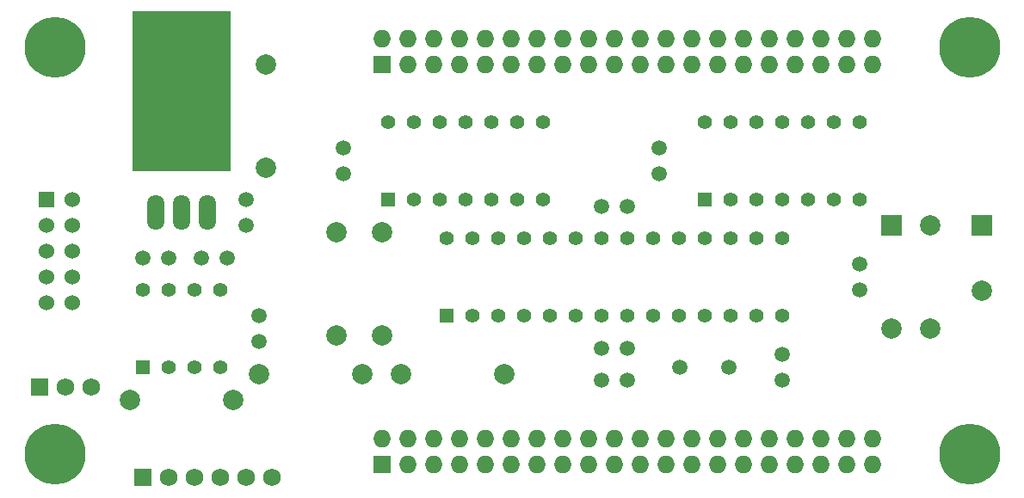
<source format=gts>
%FSLAX46Y46*%
G04 Gerber Fmt 4.6, Leading zero omitted, Abs format (unit mm)*
G04 Created by KiCad (PCBNEW (2014-jul-16 BZR unknown)-product) date Fri 03 Oct 2014 10:25:21 PM PDT*
%MOMM*%
G01*
G04 APERTURE LIST*
%ADD10C,0.100000*%
%ADD11C,1.501140*%
%ADD12C,1.998980*%
%ADD13R,1.998980X1.998980*%
%ADD14C,6.000000*%
%ADD15R,1.727200X1.727200*%
%ADD16C,1.727200*%
%ADD17R,1.524000X1.524000*%
%ADD18C,1.524000*%
%ADD19O,1.727200X1.727200*%
%ADD20R,1.397000X1.397000*%
%ADD21C,1.397000*%
%ADD22O,1.699260X3.500120*%
%ADD23R,9.652000X15.748000*%
G04 APERTURE END LIST*
D10*
D11*
X161290000Y-137795000D03*
X158750000Y-137795000D03*
X113665000Y-125730000D03*
X116205000Y-125730000D03*
X176530000Y-137795000D03*
X176530000Y-135255000D03*
X123825000Y-122555000D03*
X123825000Y-120015000D03*
X121920000Y-125730000D03*
X119380000Y-125730000D03*
X158750000Y-134620000D03*
X161290000Y-134620000D03*
X161290000Y-120650000D03*
X158750000Y-120650000D03*
X125095000Y-131445000D03*
X125095000Y-133985000D03*
X133350000Y-117475000D03*
X133350000Y-114935000D03*
X184150000Y-126365000D03*
X184150000Y-128905000D03*
X164465000Y-114935000D03*
X164465000Y-117475000D03*
D12*
X187325000Y-132715000D03*
D13*
X187325000Y-122555000D03*
D14*
X105000000Y-105000000D03*
X195000000Y-105000000D03*
X105000000Y-145000000D03*
X195000000Y-145000000D03*
D15*
X103505000Y-138430000D03*
D16*
X106045000Y-138430000D03*
X108585000Y-138430000D03*
D17*
X104140000Y-120015000D03*
D18*
X106680000Y-120015000D03*
X104140000Y-122555000D03*
X106680000Y-122555000D03*
X104140000Y-125095000D03*
X106680000Y-125095000D03*
X104140000Y-127635000D03*
X106680000Y-127635000D03*
X104140000Y-130175000D03*
X106680000Y-130175000D03*
D15*
X113665000Y-147320000D03*
D16*
X116205000Y-147320000D03*
X118745000Y-147320000D03*
X121285000Y-147320000D03*
X123825000Y-147320000D03*
X126365000Y-147320000D03*
D15*
X137160000Y-106680000D03*
D19*
X137160000Y-104140000D03*
X139700000Y-106680000D03*
X139700000Y-104140000D03*
X142240000Y-106680000D03*
X142240000Y-104140000D03*
X144780000Y-106680000D03*
X144780000Y-104140000D03*
X147320000Y-106680000D03*
X147320000Y-104140000D03*
X149860000Y-106680000D03*
X149860000Y-104140000D03*
X152400000Y-106680000D03*
X152400000Y-104140000D03*
X154940000Y-106680000D03*
X154940000Y-104140000D03*
X157480000Y-106680000D03*
X157480000Y-104140000D03*
X160020000Y-106680000D03*
X160020000Y-104140000D03*
X162560000Y-106680000D03*
X162560000Y-104140000D03*
X165100000Y-106680000D03*
X165100000Y-104140000D03*
X167640000Y-106680000D03*
X167640000Y-104140000D03*
X170180000Y-106680000D03*
X170180000Y-104140000D03*
X172720000Y-106680000D03*
X172720000Y-104140000D03*
X175260000Y-106680000D03*
X175260000Y-104140000D03*
X177800000Y-106680000D03*
X177800000Y-104140000D03*
X180340000Y-106680000D03*
X180340000Y-104140000D03*
X182880000Y-106680000D03*
X182880000Y-104140000D03*
X185420000Y-106680000D03*
X185420000Y-104140000D03*
D15*
X137160000Y-146050000D03*
D19*
X137160000Y-143510000D03*
X139700000Y-146050000D03*
X139700000Y-143510000D03*
X142240000Y-146050000D03*
X142240000Y-143510000D03*
X144780000Y-146050000D03*
X144780000Y-143510000D03*
X147320000Y-146050000D03*
X147320000Y-143510000D03*
X149860000Y-146050000D03*
X149860000Y-143510000D03*
X152400000Y-146050000D03*
X152400000Y-143510000D03*
X154940000Y-146050000D03*
X154940000Y-143510000D03*
X157480000Y-146050000D03*
X157480000Y-143510000D03*
X160020000Y-146050000D03*
X160020000Y-143510000D03*
X162560000Y-146050000D03*
X162560000Y-143510000D03*
X165100000Y-146050000D03*
X165100000Y-143510000D03*
X167640000Y-146050000D03*
X167640000Y-143510000D03*
X170180000Y-146050000D03*
X170180000Y-143510000D03*
X172720000Y-146050000D03*
X172720000Y-143510000D03*
X175260000Y-146050000D03*
X175260000Y-143510000D03*
X177800000Y-146050000D03*
X177800000Y-143510000D03*
X180340000Y-146050000D03*
X180340000Y-143510000D03*
X182880000Y-146050000D03*
X182880000Y-143510000D03*
X185420000Y-146050000D03*
X185420000Y-143510000D03*
D12*
X125730000Y-106680000D03*
X125730000Y-116840000D03*
X139065000Y-137160000D03*
X149225000Y-137160000D03*
X125095000Y-137160000D03*
X135255000Y-137160000D03*
X132715000Y-123190000D03*
X132715000Y-133350000D03*
X137160000Y-123190000D03*
X137160000Y-133350000D03*
X122555000Y-139700000D03*
X112395000Y-139700000D03*
X191135000Y-132715000D03*
X191135000Y-122555000D03*
D13*
X196215000Y-122478800D03*
D12*
X196215000Y-128981200D03*
D20*
X137795000Y-120015000D03*
D21*
X140335000Y-120015000D03*
X142875000Y-120015000D03*
X145415000Y-120015000D03*
X147955000Y-120015000D03*
X150495000Y-120015000D03*
X153035000Y-120015000D03*
X153035000Y-112395000D03*
X150495000Y-112395000D03*
X147955000Y-112395000D03*
X145415000Y-112395000D03*
X142875000Y-112395000D03*
X140335000Y-112395000D03*
X137795000Y-112395000D03*
D22*
X117475000Y-121285000D03*
X114935000Y-121285000D03*
X120015000Y-121285000D03*
D23*
X117475000Y-109347000D03*
D20*
X113665000Y-136525000D03*
D21*
X116205000Y-136525000D03*
X118745000Y-136525000D03*
X121285000Y-136525000D03*
X121285000Y-128905000D03*
X118745000Y-128905000D03*
X116205000Y-128905000D03*
X113665000Y-128905000D03*
X146050000Y-131445000D03*
X148590000Y-131445000D03*
X151130000Y-131445000D03*
X153670000Y-131445000D03*
X156210000Y-131445000D03*
X158750000Y-131445000D03*
X161290000Y-131445000D03*
X163830000Y-131445000D03*
X166370000Y-131445000D03*
X168910000Y-131445000D03*
X171450000Y-131445000D03*
X173990000Y-131445000D03*
X176530000Y-131445000D03*
D20*
X143510000Y-131445000D03*
D21*
X176530000Y-123825000D03*
X173990000Y-123825000D03*
X171450000Y-123825000D03*
X168910000Y-123825000D03*
X166370000Y-123825000D03*
X163830000Y-123825000D03*
X161290000Y-123825000D03*
X158750000Y-123825000D03*
X156210000Y-123825000D03*
X153670000Y-123825000D03*
X151130000Y-123825000D03*
X148590000Y-123825000D03*
X146050000Y-123825000D03*
X143510000Y-123825000D03*
D20*
X168910000Y-120015000D03*
D21*
X171450000Y-120015000D03*
X173990000Y-120015000D03*
X176530000Y-120015000D03*
X179070000Y-120015000D03*
X181610000Y-120015000D03*
X184150000Y-120015000D03*
X184150000Y-112395000D03*
X181610000Y-112395000D03*
X179070000Y-112395000D03*
X176530000Y-112395000D03*
X173990000Y-112395000D03*
X171450000Y-112395000D03*
X168910000Y-112395000D03*
D11*
X166469060Y-136525000D03*
X171350940Y-136525000D03*
M02*

</source>
